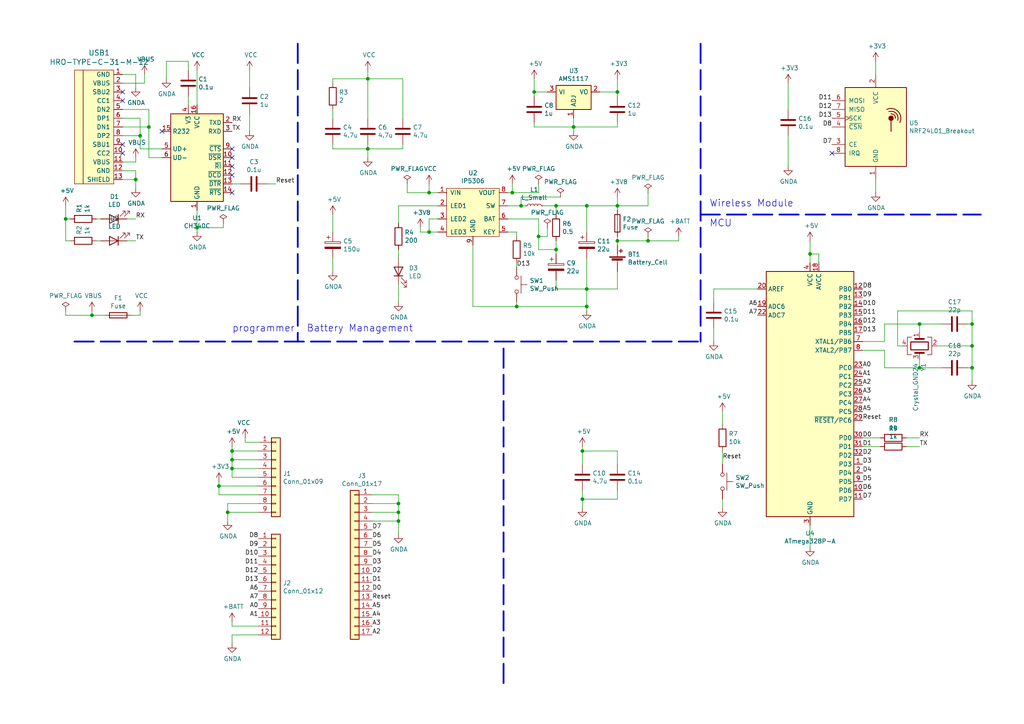
<source format=kicad_sch>
(kicad_sch (version 20211123) (generator eeschema)
  (paper "A4")
  (lib_symbols
    (symbol "0805:C" (pin_numbers hide) (pin_names (offset 0.254))
      (property "Reference" "C" (at 0.635 2.54 0))
      (property "Value" "C" (at 0.635 -2.54 0))
      (symbol "C_1_1"
        (pin passive line (at 0 3.81 270) (length 2.794) (name "~") (number "1"))
        (pin passive line (at 0 -3.81 90) (length 2.794) (name "~") (number "2"))
      )
    )
    (symbol "0805:LED" (pin_numbers hide) (pin_names (offset 1.016) hide)
      (property "Reference" "D" (at 0 2.54 0))
      (property "Value" "LED" (at 0 -2.54 0))
      (symbol "LED_1_1"
        (pin passive line (at -3.81 0 0) (length 2.54) (name "K") (number "1"))
        (pin passive line (at 3.81 0 180) (length 2.54) (name "A") (number "2"))
      )
    )
    (symbol "0805:R" (pin_numbers hide) (pin_names (offset 0))
      (property "Reference" "R" (at 2.032 0 90))
      (property "Value" "R" (at 0 0 90))
      (symbol "R_1_1"
        (pin passive line (at 0 3.81 270) (length 1.27) (name "~") (number "1"))
        (pin passive line (at 0 -3.81 90) (length 1.27) (name "~") (number "2"))
      )
    )
    (symbol "Connector_Generic:Conn_01x09" (pin_names (offset 1.016) hide)
      (property "Reference" "J" (at 0 12.7 0))
      (property "Value" "Conn_01x09" (at 0 -12.7 0))
      (symbol "Conn_01x09_1_1"
        (pin passive line (at -5.08 10.16 0) (length 3.81) (name "Pin_1") (number "1"))
        (pin passive line (at -5.08 7.62 0) (length 3.81) (name "Pin_2") (number "2"))
        (pin passive line (at -5.08 5.08 0) (length 3.81) (name "Pin_3") (number "3"))
        (pin passive line (at -5.08 2.54 0) (length 3.81) (name "Pin_4") (number "4"))
        (pin passive line (at -5.08 0 0) (length 3.81) (name "Pin_5") (number "5"))
        (pin passive line (at -5.08 -2.54 0) (length 3.81) (name "Pin_6") (number "6"))
        (pin passive line (at -5.08 -5.08 0) (length 3.81) (name "Pin_7") (number "7"))
        (pin passive line (at -5.08 -7.62 0) (length 3.81) (name "Pin_8") (number "8"))
        (pin passive line (at -5.08 -10.16 0) (length 3.81) (name "Pin_9") (number "9"))
      )
    )
    (symbol "Connector_Generic:Conn_01x12" (pin_names (offset 1.016) hide)
      (property "Reference" "J" (at 0 15.24 0))
      (property "Value" "Conn_01x12" (at 0 -17.78 0))
      (symbol "Conn_01x12_1_1"
        (pin passive line (at -5.08 12.7 0) (length 3.81) (name "Pin_1") (number "1"))
        (pin passive line (at -5.08 -10.16 0) (length 3.81) (name "Pin_10") (number "10"))
        (pin passive line (at -5.08 -12.7 0) (length 3.81) (name "Pin_11") (number "11"))
        (pin passive line (at -5.08 -15.24 0) (length 3.81) (name "Pin_12") (number "12"))
        (pin passive line (at -5.08 10.16 0) (length 3.81) (name "Pin_2") (number "2"))
        (pin passive line (at -5.08 7.62 0) (length 3.81) (name "Pin_3") (number "3"))
        (pin passive line (at -5.08 5.08 0) (length 3.81) (name "Pin_4") (number "4"))
        (pin passive line (at -5.08 2.54 0) (length 3.81) (name "Pin_5") (number "5"))
        (pin passive line (at -5.08 0 0) (length 3.81) (name "Pin_6") (number "6"))
        (pin passive line (at -5.08 -2.54 0) (length 3.81) (name "Pin_7") (number "7"))
        (pin passive line (at -5.08 -5.08 0) (length 3.81) (name "Pin_8") (number "8"))
        (pin passive line (at -5.08 -7.62 0) (length 3.81) (name "Pin_9") (number "9"))
      )
    )
    (symbol "Connector_Generic:Conn_01x17" (pin_names (offset 1.016) hide)
      (property "Reference" "J" (at 0 22.86 0))
      (property "Value" "Conn_01x17" (at 0 -22.86 0))
      (symbol "Conn_01x17_1_1"
        (pin passive line (at -5.08 20.32 0) (length 3.81) (name "Pin_1") (number "1"))
        (pin passive line (at -5.08 -2.54 0) (length 3.81) (name "Pin_10") (number "10"))
        (pin passive line (at -5.08 -5.08 0) (length 3.81) (name "Pin_11") (number "11"))
        (pin passive line (at -5.08 -7.62 0) (length 3.81) (name "Pin_12") (number "12"))
        (pin passive line (at -5.08 -10.16 0) (length 3.81) (name "Pin_13") (number "13"))
        (pin passive line (at -5.08 -12.7 0) (length 3.81) (name "Pin_14") (number "14"))
        (pin passive line (at -5.08 -15.24 0) (length 3.81) (name "Pin_15") (number "15"))
        (pin passive line (at -5.08 -17.78 0) (length 3.81) (name "Pin_16") (number "16"))
        (pin passive line (at -5.08 -20.32 0) (length 3.81) (name "Pin_17") (number "17"))
        (pin passive line (at -5.08 17.78 0) (length 3.81) (name "Pin_2") (number "2"))
        (pin passive line (at -5.08 15.24 0) (length 3.81) (name "Pin_3") (number "3"))
        (pin passive line (at -5.08 12.7 0) (length 3.81) (name "Pin_4") (number "4"))
        (pin passive line (at -5.08 10.16 0) (length 3.81) (name "Pin_5") (number "5"))
        (pin passive line (at -5.08 7.62 0) (length 3.81) (name "Pin_6") (number "6"))
        (pin passive line (at -5.08 5.08 0) (length 3.81) (name "Pin_7") (number "7"))
        (pin passive line (at -5.08 2.54 0) (length 3.81) (name "Pin_8") (number "8"))
        (pin passive line (at -5.08 0 0) (length 3.81) (name "Pin_9") (number "9"))
      )
    )
    (symbol "Device:Battery_Cell" (pin_numbers hide) (pin_names (offset 0) hide)
      (property "Reference" "BT" (at 2.54 2.54 0))
      (property "Value" "Battery_Cell" (at 2.54 0 0))
      (symbol "Battery_Cell_1_1"
        (pin passive line (at 0 5.08 270) (length 2.54) (name "+") (number "1"))
        (pin passive line (at 0 -2.54 90) (length 2.54) (name "-") (number "2"))
      )
    )
    (symbol "Device:CP" (pin_numbers hide) (pin_names (offset 0.254))
      (property "Reference" "C" (at 0.635 2.54 0))
      (property "Value" "Device_CP" (at 0.635 -2.54 0))
      (symbol "CP_1_1"
        (pin passive line (at 0 3.81 270) (length 2.794) (name "~") (number "1"))
        (pin passive line (at 0 -3.81 90) (length 2.794) (name "~") (number "2"))
      )
    )
    (symbol "Device:Fuse" (pin_numbers hide) (pin_names (offset 0))
      (property "Reference" "F" (at 2.032 0 90))
      (property "Value" "Fuse" (at -1.905 0 90))
      (symbol "Fuse_1_1"
        (pin passive line (at 0 3.81 270) (length 1.27) (name "~") (number "1"))
        (pin passive line (at 0 -3.81 90) (length 1.27) (name "~") (number "2"))
      )
    )
    (symbol "Device:L_Small" (pin_numbers hide) (pin_names (offset 0.254) hide)
      (property "Reference" "L" (at 0.762 1.016 0))
      (property "Value" "L_Small" (at 0.762 -1.016 0))
      (symbol "L_Small_1_1"
        (pin passive line (at 0 2.54 270) (length 0.508) (name "~") (number "1"))
        (pin passive line (at 0 -2.54 90) (length 0.508) (name "~") (number "2"))
      )
    )
    (symbol "Interface_USB:CH340C"
      (property "Reference" "U" (at -5.08 13.97 0))
      (property "Value" "CH340C" (at 1.27 13.97 0))
      (symbol "CH340C_1_1"
        (pin power_in line (at 0 -15.24 90) (length 2.54) (name "GND") (number "1"))
        (pin input line (at 10.16 0 180) (length 2.54) (name "~{DSR}") (number "10"))
        (pin input line (at 10.16 -2.54 180) (length 2.54) (name "~{RI}") (number "11"))
        (pin input line (at 10.16 -5.08 180) (length 2.54) (name "~{DCD}") (number "12"))
        (pin output line (at 10.16 -7.62 180) (length 2.54) (name "~{DTR}") (number "13"))
        (pin output line (at 10.16 -10.16 180) (length 2.54) (name "~{RTS}") (number "14"))
        (pin input line (at -10.16 7.62 0) (length 2.54) (name "R232") (number "15"))
        (pin power_in line (at 0 15.24 270) (length 2.54) (name "VCC") (number "16"))
        (pin output line (at 10.16 10.16 180) (length 2.54) (name "TXD") (number "2"))
        (pin input line (at 10.16 7.62 180) (length 2.54) (name "RXD") (number "3"))
        (pin passive line (at -2.54 15.24 270) (length 2.54) (name "V3") (number "4"))
        (pin bidirectional line (at -10.16 2.54 0) (length 2.54) (name "UD+") (number "5"))
        (pin bidirectional line (at -10.16 0 0) (length 2.54) (name "UD-") (number "6"))
        (pin no_connect line (at -7.62 -7.62 0) (length 2.54) hide (name "NC") (number "7"))
        (pin no_connect line (at -7.62 -10.16 0) (length 2.54) hide (name "NC") (number "8"))
        (pin input line (at 10.16 2.54 180) (length 2.54) (name "~{CTS}") (number "9"))
      )
    )
    (symbol "RF:NRF24L01_Breakout" (pin_names (offset 1.016))
      (property "Reference" "U" (at -8.89 12.7 0))
      (property "Value" "NRF24L01_Breakout" (at 3.81 12.7 0))
      (symbol "NRF24L01_Breakout_1_1"
        (pin power_in line (at 0 -15.24 90) (length 3.81) (name "GND") (number "1"))
        (pin power_in line (at 0 15.24 270) (length 3.81) (name "VCC") (number "2"))
        (pin input line (at -12.7 -5.08 0) (length 3.81) (name "CE") (number "3"))
        (pin input line (at -12.7 0 0) (length 3.81) (name "~{CSN}") (number "4"))
        (pin input clock (at -12.7 2.54 0) (length 3.81) (name "SCK") (number "5"))
        (pin input line (at -12.7 7.62 0) (length 3.81) (name "MOSI") (number "6"))
        (pin output line (at -12.7 5.08 0) (length 3.81) (name "MISO") (number "7"))
        (pin output line (at -12.7 -7.62 0) (length 3.81) (name "IRQ") (number "8"))
      )
    )
    (symbol "Regulator_Linear:AMS1117" (pin_names (offset 0.762))
      (property "Reference" "U" (at -3.81 3.175 0))
      (property "Value" "AMS1117" (at 0 3.175 0))
      (symbol "AMS1117_1_1"
        (pin input line (at 0 -7.62 90) (length 2.54) (name "ADJ") (number "1"))
        (pin power_out line (at 7.62 0 180) (length 2.54) (name "VO") (number "2"))
        (pin power_in line (at -7.62 0 0) (length 2.54) (name "VI") (number "3"))
      )
    )
    (symbol "Resource:Crystal_GND24" (pin_names (offset 1.016) hide)
      (property "Reference" "Y" (at 3.175 5.08 0))
      (property "Value" "Crystal_GND24" (at 3.175 3.175 0))
      (symbol "Crystal_GND24_1_1"
        (pin passive line (at -3.81 0 0) (length 1.27) (name "1") (number "1"))
        (pin passive line (at 0 5.08 270) (length 1.27) (name "2") (number "2"))
        (pin passive line (at 3.81 0 180) (length 1.27) (name "3") (number "3"))
        (pin passive line (at 0 -5.08 90) (length 1.27) (name "4") (number "4"))
      )
    )
    (symbol "Resource:IP5306" (pin_names (offset 1.016))
      (property "Reference" "U" (at 0 0 0))
      (property "Value" "IP5306" (at 0 8.89 0))
      (symbol "IP5306_1_1"
        (pin power_in line (at -10.16 6.35 0) (length 2.54) (name "VIN") (number "1"))
        (pin bidirectional line (at -10.16 2.54 0) (length 2.54) (name "LED1") (number "2"))
        (pin bidirectional line (at -10.16 -1.27 0) (length 2.54) (name "LED2") (number "3"))
        (pin bidirectional line (at -10.16 -5.08 0) (length 2.54) (name "LED3") (number "4"))
        (pin bidirectional line (at 10.16 -5.08 180) (length 2.54) (name "KEY") (number "5"))
        (pin power_in line (at 10.16 -1.27 180) (length 2.54) (name "BAT") (number "6"))
        (pin power_in line (at 10.16 2.54 180) (length 2.54) (name "SW") (number "7"))
        (pin power_in line (at 10.16 6.35 180) (length 2.54) (name "VOUT") (number "8"))
        (pin power_in line (at 0 -8.89 90) (length 2.54) (name "GND") (number "9"))
      )
    )
    (symbol "Resource:SW_Push" (pin_numbers hide) (pin_names (offset 1.016) hide)
      (property "Reference" "SW" (at 1.27 2.54 0))
      (property "Value" "SW_Push" (at 0 -1.524 0))
      (symbol "SW_Push_0_1"
        (pin passive line (at -5.08 0 0) (length 2.54) (name "1") (number "1"))
        (pin passive line (at 5.08 0 180) (length 2.54) (name "2") (number "2"))
      )
    )
    (symbol "Type-C:HRO-TYPE-C-31-M-12" (pin_names (offset 1.016))
      (property "Reference" "USB" (at -5.08 16.51 0))
      (property "Value" "HRO-TYPE-C-31-M-12" (at -10.16 -1.27 90))
      (symbol "HRO-TYPE-C-31-M-12_1_1"
        (pin input line (at 2.54 13.97 180) (length 2.54) (name "GND") (number "1"))
        (pin input line (at 2.54 -8.89 180) (length 2.54) (name "CC2") (number "10"))
        (pin input line (at 2.54 -11.43 180) (length 2.54) (name "VBUS") (number "11"))
        (pin input line (at 2.54 -13.97 180) (length 2.54) (name "GND") (number "12"))
        (pin input line (at 2.54 -16.51 180) (length 2.54) (name "SHIELD") (number "13"))
        (pin input line (at 2.54 11.43 180) (length 2.54) (name "VBUS") (number "2"))
        (pin input line (at 2.54 8.89 180) (length 2.54) (name "SBU2") (number "3"))
        (pin input line (at 2.54 6.35 180) (length 2.54) (name "CC1") (number "4"))
        (pin input line (at 2.54 3.81 180) (length 2.54) (name "DN2") (number "5"))
        (pin input line (at 2.54 1.27 180) (length 2.54) (name "DP1") (number "6"))
        (pin input line (at 2.54 -1.27 180) (length 2.54) (name "DN1") (number "7"))
        (pin input line (at 2.54 -3.81 180) (length 2.54) (name "DP2") (number "8"))
        (pin input line (at 2.54 -6.35 180) (length 2.54) (name "SBU1") (number "9"))
      )
    )
    (symbol "final-project-rescue:ATmega328P-A-MCU_Microchip_ATmega"
      (property "Reference" "U" (at -12.7 36.83 0))
      (property "Value" "ATmega328P-A-MCU_Microchip_ATmega" (at 2.54 -36.83 0))
      (symbol "ATmega328P-A-MCU_Microchip_ATmega_1_1"
        (pin bidirectional line (at 15.24 -20.32 180) (length 2.54) (name "PD3") (number "1"))
        (pin bidirectional line (at 15.24 -27.94 180) (length 2.54) (name "PD6") (number "10"))
        (pin bidirectional line (at 15.24 -30.48 180) (length 2.54) (name "PD7") (number "11"))
        (pin bidirectional line (at 15.24 30.48 180) (length 2.54) (name "PB0") (number "12"))
        (pin bidirectional line (at 15.24 27.94 180) (length 2.54) (name "PB1") (number "13"))
        (pin bidirectional line (at 15.24 25.4 180) (length 2.54) (name "PB2") (number "14"))
        (pin bidirectional line (at 15.24 22.86 180) (length 2.54) (name "PB3") (number "15"))
        (pin bidirectional line (at 15.24 20.32 180) (length 2.54) (name "PB4") (number "16"))
        (pin bidirectional line (at 15.24 17.78 180) (length 2.54) (name "PB5") (number "17"))
        (pin power_in line (at 2.54 38.1 270) (length 2.54) (name "AVCC") (number "18"))
        (pin input line (at -15.24 25.4 0) (length 2.54) (name "ADC6") (number "19"))
        (pin bidirectional line (at 15.24 -22.86 180) (length 2.54) (name "PD4") (number "2"))
        (pin passive line (at -15.24 30.48 0) (length 2.54) (name "AREF") (number "20"))
        (pin passive line (at 0 -38.1 90) (length 2.54) hide (name "GND") (number "21"))
        (pin input line (at -15.24 22.86 0) (length 2.54) (name "ADC7") (number "22"))
        (pin bidirectional line (at 15.24 7.62 180) (length 2.54) (name "PC0") (number "23"))
        (pin bidirectional line (at 15.24 5.08 180) (length 2.54) (name "PC1") (number "24"))
        (pin bidirectional line (at 15.24 2.54 180) (length 2.54) (name "PC2") (number "25"))
        (pin bidirectional line (at 15.24 0 180) (length 2.54) (name "PC3") (number "26"))
        (pin bidirectional line (at 15.24 -2.54 180) (length 2.54) (name "PC4") (number "27"))
        (pin bidirectional line (at 15.24 -5.08 180) (length 2.54) (name "PC5") (number "28"))
        (pin bidirectional line (at 15.24 -7.62 180) (length 2.54) (name "~{RESET}/PC6") (number "29"))
        (pin power_in line (at 0 -38.1 90) (length 2.54) (name "GND") (number "3"))
        (pin bidirectional line (at 15.24 -12.7 180) (length 2.54) (name "PD0") (number "30"))
        (pin bidirectional line (at 15.24 -15.24 180) (length 2.54) (name "PD1") (number "31"))
        (pin bidirectional line (at 15.24 -17.78 180) (length 2.54) (name "PD2") (number "32"))
        (pin power_in line (at 0 38.1 270) (length 2.54) (name "VCC") (number "4"))
        (pin passive line (at 0 -38.1 90) (length 2.54) hide (name "GND") (number "5"))
        (pin passive line (at 0 38.1 270) (length 2.54) hide (name "VCC") (number "6"))
        (pin bidirectional line (at 15.24 15.24 180) (length 2.54) (name "XTAL1/PB6") (number "7"))
        (pin bidirectional line (at 15.24 12.7 180) (length 2.54) (name "XTAL2/PB7") (number "8"))
        (pin bidirectional line (at 15.24 -25.4 180) (length 2.54) (name "PD5") (number "9"))
      )
    )
    (symbol "power:+3V3" (power) (pin_names (offset 0))
      (property "Value" "+3V3" (at 0 3.556 0))
      (symbol "+3V3_1_1"
        (pin power_in line (at 0 0 90) (length 0) hide (name "+3V3") (number "1"))
      )
    )
    (symbol "power:+3V8" (power) (pin_names (offset 0))
      (property "Value" "+3V8" (at 0 3.556 0))
      (symbol "+3V8_1_1"
        (pin power_in line (at 0 0 90) (length 0) hide (name "+3V8") (number "1"))
      )
    )
    (symbol "power:+5V" (power) (pin_names (offset 0))
      (property "Value" "+5V" (at 0 3.556 0))
      (symbol "+5V_1_1"
        (pin power_in line (at 0 0 90) (length 0) hide (name "+5V") (number "1"))
      )
    )
    (symbol "power:+BATT" (power) (pin_names (offset 0))
      (property "Value" "+BATT" (at 0 3.556 0))
      (symbol "+BATT_1_1"
        (pin power_in line (at 0 0 90) (length 0) hide (name "+BATT") (number "1"))
      )
    )
    (symbol "power:GNDA" (power) (pin_names (offset 0))
      (property "Value" "GNDA" (at 0 -3.81 0))
      (symbol "GNDA_1_1"
        (pin power_in line (at 0 0 270) (length 0) hide (name "GNDA") (number "1"))
      )
    )
    (symbol "power:PWR_FLAG" (power) (pin_numbers hide) (pin_names (offset 0) hide)
      (property "Value" "PWR_FLAG" (at 0 3.81 0))
      (symbol "PWR_FLAG_0_0"
        (pin power_out line (at 0 0 90) (length 0) (name "pwr") (number "1"))
      )
    )
    (symbol "power:VBUS" (power) (pin_names (offset 0))
      (property "Value" "VBUS" (at 0 3.81 0))
      (symbol "VBUS_1_1"
        (pin power_in line (at 0 0 90) (length 0) hide (name "VBUS") (number "1"))
      )
    )
    (symbol "power:VCC" (power) (pin_names (offset 0))
      (property "Value" "VCC" (at 0 3.81 0))
      (symbol "VCC_1_1"
        (pin power_in line (at 0 0 90) (length 0) hide (name "VCC") (number "1"))
      )
    )
  )
  (junction (at 161.29 59.69))
  (junction (at 168.91 130.81))
  (junction (at 149.86 88.9))
  (junction (at 234.95 73.66))
  (junction (at 124.46 67.31))
  (junction (at 67.31 130.81))
  (junction (at 179.07 26.67))
  (junction (at 151.13 59.69))
  (junction (at 115.57 146.05))
  (junction (at 179.07 69.85))
  (junction (at 115.57 151.13))
  (junction (at 156.21 68.58))
  (junction (at 161.29 72.39))
  (junction (at 179.07 59.69))
  (junction (at 168.91 144.78))
  (junction (at 19.05 63.5))
  (junction (at 281.94 106.68))
  (junction (at 187.96 69.85))
  (junction (at 106.68 43.18))
  (junction (at 39.37 52.07))
  (junction (at 115.57 148.59))
  (junction (at 266.7 106.68))
  (junction (at 66.04 148.59))
  (junction (at 281.94 93.98))
  (junction (at 124.46 55.88))
  (junction (at 154.94 26.67))
  (junction (at 170.18 83.82))
  (junction (at 43.18 36.83))
  (junction (at 170.18 59.69))
  (junction (at 67.31 133.35))
  (junction (at 67.31 135.89))
  (junction (at 63.5 140.97))
  (junction (at 106.68 22.86))
  (junction (at 26.67 91.44))
  (junction (at 40.64 39.37))
  (junction (at 281.94 100.33))
  (junction (at 148.59 55.88))
  (junction (at 266.7 93.98))
  (junction (at 170.18 88.9))
  (junction (at 166.37 36.83))
  (junction (at 57.15 66.04))
  (no_connect (at 35.56 41.91))
  (no_connect (at 35.56 26.67))
  (no_connect (at 67.31 55.88))
  (no_connect (at 241.3 44.45))
  (no_connect (at 67.31 45.72))
  (no_connect (at 67.31 48.26))
  (no_connect (at 46.99 38.1))
  (no_connect (at 35.56 44.45))
  (no_connect (at 67.31 43.18))
  (no_connect (at 67.31 50.8))
  (no_connect (at 35.56 29.21))
  (wire (pts (xy 161.29 59.69) (xy 170.18 59.69)))
  (wire (pts (xy 281.94 93.98) (xy 281.94 100.33)))
  (wire (pts (xy 147.32 59.69) (xy 151.13 59.69)))
  (wire (pts (xy 179.07 144.78) (xy 179.07 142.24)))
  (wire (pts (xy 96.52 24.13) (xy 96.52 22.86)))
  (wire (pts (xy 118.11 55.88) (xy 124.46 55.88)))
  (wire (pts (xy 67.31 138.43) (xy 74.93 138.43)))
  (wire (pts (xy 72.39 20.32) (xy 72.39 25.4)))
  (wire (pts (xy 35.56 39.37) (xy 40.64 39.37)))
  (polyline (pts (xy 203.2 62.23) (xy 284.48 62.23)) (stroke (width 0.508)))
  (wire (pts (xy 260.35 100.33) (xy 261.62 100.33)))
  (wire (pts (xy 43.18 36.83) (xy 43.18 45.72)))
  (wire (pts (xy 154.94 35.56) (xy 154.94 36.83)))
  (wire (pts (xy 40.64 34.29) (xy 35.56 34.29)))
  (wire (pts (xy 96.52 22.86) (xy 106.68 22.86)))
  (wire (pts (xy 170.18 83.82) (xy 179.07 83.82)))
  (wire (pts (xy 40.64 90.17) (xy 40.64 91.44)))
  (polyline (pts (xy 146.05 198.12) (xy 146.05 99.06)) (stroke (width 0.508)))
  (wire (pts (xy 179.07 57.15) (xy 179.07 59.69)))
  (wire (pts (xy 170.18 88.9) (xy 170.18 83.82)))
  (wire (pts (xy 67.31 135.89) (xy 67.31 138.43)))
  (wire (pts (xy 187.96 55.88) (xy 187.96 59.69)))
  (wire (pts (xy 35.56 31.75) (xy 43.18 31.75)))
  (wire (pts (xy 106.68 43.18) (xy 116.84 43.18)))
  (wire (pts (xy 118.11 53.34) (xy 118.11 55.88)))
  (wire (pts (xy 67.31 129.54) (xy 67.31 130.81)))
  (wire (pts (xy 170.18 67.31) (xy 170.18 59.69)))
  (wire (pts (xy 115.57 148.59) (xy 115.57 151.13)))
  (wire (pts (xy 281.94 106.68) (xy 281.94 110.49)))
  (wire (pts (xy 156.21 68.58) (xy 156.21 63.5)))
  (wire (pts (xy 54.61 17.78) (xy 54.61 20.32)))
  (wire (pts (xy 151.13 59.69) (xy 152.4 59.69)))
  (wire (pts (xy 107.95 146.05) (xy 115.57 146.05)))
  (wire (pts (xy 179.07 68.58) (xy 179.07 69.85)))
  (wire (pts (xy 254 17.78) (xy 254 21.59)))
  (wire (pts (xy 256.54 106.68) (xy 256.54 101.6)))
  (wire (pts (xy 154.94 26.67) (xy 158.75 26.67)))
  (wire (pts (xy 63.5 140.97) (xy 74.93 140.97)))
  (wire (pts (xy 39.37 54.61) (xy 39.37 52.07)))
  (wire (pts (xy 67.31 135.89) (xy 74.93 135.89)))
  (wire (pts (xy 35.56 52.07) (xy 39.37 52.07)))
  (wire (pts (xy 19.05 63.5) (xy 19.05 59.69)))
  (wire (pts (xy 40.64 91.44) (xy 38.1 91.44)))
  (wire (pts (xy 179.07 27.94) (xy 179.07 26.67)))
  (wire (pts (xy 228.6 39.37) (xy 228.6 48.26)))
  (wire (pts (xy 71.12 127) (xy 71.12 128.27)))
  (wire (pts (xy 40.64 43.18) (xy 40.64 39.37)))
  (wire (pts (xy 154.94 27.94) (xy 154.94 26.67)))
  (wire (pts (xy 106.68 22.86) (xy 106.68 20.32)))
  (wire (pts (xy 124.46 67.31) (xy 127 67.31)))
  (wire (pts (xy 69.85 53.34) (xy 67.31 53.34)))
  (wire (pts (xy 63.5 143.51) (xy 74.93 143.51)))
  (wire (pts (xy 161.29 72.39) (xy 161.29 73.66)))
  (wire (pts (xy 170.18 83.82) (xy 161.29 83.82)))
  (wire (pts (xy 158.75 68.58) (xy 156.21 68.58)))
  (wire (pts (xy 26.67 90.17) (xy 26.67 91.44)))
  (wire (pts (xy 43.18 31.75) (xy 43.18 36.83)))
  (wire (pts (xy 170.18 59.69) (xy 179.07 59.69)))
  (wire (pts (xy 66.04 148.59) (xy 74.93 148.59)))
  (wire (pts (xy 168.91 142.24) (xy 168.91 144.78)))
  (wire (pts (xy 179.07 22.86) (xy 179.07 26.67)))
  (wire (pts (xy 149.86 88.9) (xy 170.18 88.9)))
  (wire (pts (xy 262.89 129.54) (xy 266.7 129.54)))
  (wire (pts (xy 154.94 22.86) (xy 154.94 26.67)))
  (wire (pts (xy 209.55 130.81) (xy 209.55 134.62)))
  (wire (pts (xy 234.95 69.85) (xy 234.95 73.66)))
  (wire (pts (xy 156.21 55.88) (xy 148.59 55.88)))
  (wire (pts (xy 271.78 100.33) (xy 281.94 100.33)))
  (wire (pts (xy 234.95 73.66) (xy 234.95 76.2)))
  (wire (pts (xy 64.77 66.04) (xy 57.15 66.04)))
  (wire (pts (xy 151.13 57.15) (xy 151.13 59.69)))
  (wire (pts (xy 234.95 73.66) (xy 237.49 73.66)))
  (wire (pts (xy 207.01 83.82) (xy 219.71 83.82)))
  (wire (pts (xy 255.27 127) (xy 250.19 127)))
  (wire (pts (xy 115.57 64.77) (xy 115.57 59.69)))
  (wire (pts (xy 260.35 100.33) (xy 260.35 90.17)))
  (wire (pts (xy 19.05 63.5) (xy 19.05 69.85)))
  (wire (pts (xy 161.29 69.85) (xy 161.29 72.39)))
  (wire (pts (xy 96.52 62.23) (xy 96.52 67.31)))
  (wire (pts (xy 266.7 96.52) (xy 266.7 93.98)))
  (wire (pts (xy 27.94 69.85) (xy 29.21 69.85)))
  (wire (pts (xy 228.6 24.13) (xy 228.6 31.75)))
  (wire (pts (xy 67.31 130.81) (xy 67.31 133.35)))
  (wire (pts (xy 262.89 127) (xy 266.7 127)))
  (wire (pts (xy 48.26 17.78) (xy 54.61 17.78)))
  (wire (pts (xy 168.91 129.54) (xy 168.91 130.81)))
  (wire (pts (xy 71.12 128.27) (xy 74.93 128.27)))
  (wire (pts (xy 64.77 64.77) (xy 64.77 66.04)))
  (wire (pts (xy 124.46 53.34) (xy 124.46 55.88)))
  (wire (pts (xy 256.54 93.98) (xy 266.7 93.98)))
  (wire (pts (xy 281.94 106.68) (xy 280.67 106.68)))
  (wire (pts (xy 106.68 22.86) (xy 116.84 22.86)))
  (wire (pts (xy 196.85 68.58) (xy 196.85 69.85)))
  (wire (pts (xy 107.95 151.13) (xy 115.57 151.13)))
  (wire (pts (xy 36.83 63.5) (xy 39.37 63.5)))
  (wire (pts (xy 156.21 53.34) (xy 156.21 55.88)))
  (wire (pts (xy 256.54 106.68) (xy 266.7 106.68)))
  (wire (pts (xy 266.7 104.14) (xy 266.7 106.68)))
  (wire (pts (xy 121.92 67.31) (xy 124.46 67.31)))
  (wire (pts (xy 40.64 39.37) (xy 40.64 34.29)))
  (wire (pts (xy 281.94 90.17) (xy 281.94 93.98)))
  (wire (pts (xy 179.07 26.67) (xy 173.99 26.67)))
  (wire (pts (xy 179.07 59.69) (xy 179.07 60.96)))
  (wire (pts (xy 116.84 43.18) (xy 116.84 41.91)))
  (wire (pts (xy 115.57 82.55) (xy 115.57 87.63)))
  (wire (pts (xy 67.31 184.15) (xy 74.93 184.15)))
  (wire (pts (xy 26.67 91.44) (xy 30.48 91.44)))
  (wire (pts (xy 39.37 46.99) (xy 35.56 46.99)))
  (wire (pts (xy 168.91 144.78) (xy 179.07 144.78)))
  (wire (pts (xy 41.91 24.13) (xy 35.56 24.13)))
  (wire (pts (xy 256.54 101.6) (xy 250.19 101.6)))
  (wire (pts (xy 166.37 34.29) (xy 166.37 36.83)))
  (wire (pts (xy 106.68 34.29) (xy 106.68 22.86)))
  (wire (pts (xy 149.86 67.31) (xy 149.86 68.58)))
  (wire (pts (xy 156.21 63.5) (xy 147.32 63.5)))
  (wire (pts (xy 115.57 143.51) (xy 115.57 146.05)))
  (wire (pts (xy 207.01 99.06) (xy 207.01 95.25)))
  (wire (pts (xy 187.96 68.58) (xy 187.96 69.85)))
  (wire (pts (xy 67.31 130.81) (xy 74.93 130.81)))
  (wire (pts (xy 137.16 88.9) (xy 149.86 88.9)))
  (wire (pts (xy 115.57 72.39) (xy 115.57 74.93)))
  (wire (pts (xy 106.68 43.18) (xy 106.68 45.72)))
  (wire (pts (xy 179.07 83.82) (xy 179.07 78.74)))
  (wire (pts (xy 19.05 91.44) (xy 26.67 91.44)))
  (wire (pts (xy 124.46 55.88) (xy 127 55.88)))
  (wire (pts (xy 149.86 87.63) (xy 149.86 88.9)))
  (wire (pts (xy 57.15 66.04) (xy 57.15 67.31)))
  (wire (pts (xy 168.91 130.81) (xy 179.07 130.81)))
  (wire (pts (xy 57.15 20.32) (xy 57.15 30.48)))
  (wire (pts (xy 234.95 158.75) (xy 234.95 152.4)))
  (wire (pts (xy 36.83 69.85) (xy 39.37 69.85)))
  (wire (pts (xy 39.37 25.4) (xy 39.37 21.59)))
  (wire (pts (xy 156.21 72.39) (xy 156.21 68.58)))
  (wire (pts (xy 148.59 55.88) (xy 147.32 55.88)))
  (wire (pts (xy 121.92 66.04) (xy 121.92 67.31)))
  (wire (pts (xy 96.52 31.75) (xy 96.52 34.29)))
  (wire (pts (xy 170.18 74.93) (xy 170.18 83.82)))
  (wire (pts (xy 115.57 151.13) (xy 115.57 154.94)))
  (wire (pts (xy 48.26 22.86) (xy 48.26 17.78)))
  (wire (pts (xy 46.99 43.18) (xy 40.64 43.18)))
  (wire (pts (xy 39.37 49.53) (xy 35.56 49.53)))
  (wire (pts (xy 107.95 143.51) (xy 115.57 143.51)))
  (wire (pts (xy 161.29 62.23) (xy 161.29 59.69)))
  (wire (pts (xy 115.57 146.05) (xy 115.57 148.59)))
  (wire (pts (xy 256.54 99.06) (xy 256.54 93.98)))
  (wire (pts (xy 124.46 63.5) (xy 127 63.5)))
  (wire (pts (xy 162.56 57.15) (xy 151.13 57.15)))
  (wire (pts (xy 250.19 99.06) (xy 256.54 99.06)))
  (wire (pts (xy 187.96 69.85) (xy 179.07 69.85)))
  (wire (pts (xy 154.94 36.83) (xy 166.37 36.83)))
  (wire (pts (xy 209.55 119.38) (xy 209.55 123.19)))
  (wire (pts (xy 280.67 93.98) (xy 281.94 93.98)))
  (wire (pts (xy 209.55 147.32) (xy 209.55 144.78)))
  (wire (pts (xy 106.68 41.91) (xy 106.68 43.18)))
  (wire (pts (xy 66.04 146.05) (xy 74.93 146.05)))
  (wire (pts (xy 67.31 133.35) (xy 67.31 135.89)))
  (wire (pts (xy 107.95 148.59) (xy 115.57 148.59)))
  (wire (pts (xy 148.59 53.34) (xy 148.59 55.88)))
  (wire (pts (xy 27.94 63.5) (xy 29.21 63.5)))
  (wire (pts (xy 115.57 59.69) (xy 127 59.69)))
  (wire (pts (xy 157.48 59.69) (xy 161.29 59.69)))
  (wire (pts (xy 170.18 90.17) (xy 170.18 88.9)))
  (wire (pts (xy 72.39 33.02) (xy 72.39 38.1)))
  (wire (pts (xy 63.5 139.7) (xy 63.5 140.97)))
  (wire (pts (xy 237.49 73.66) (xy 237.49 76.2)))
  (wire (pts (xy 161.29 83.82) (xy 161.29 81.28)))
  (wire (pts (xy 67.31 186.69) (xy 67.31 184.15)))
  (wire (pts (xy 266.7 93.98) (xy 273.05 93.98)))
  (wire (pts (xy 67.31 180.34) (xy 67.31 181.61)))
  (wire (pts (xy 57.15 60.96) (xy 57.15 66.04)))
  (wire (pts (xy 281.94 100.33) (xy 281.94 106.68)))
  (wire (pts (xy 67.31 133.35) (xy 74.93 133.35)))
  (wire (pts (xy 41.91 21.59) (xy 41.91 24.13)))
  (wire (pts (xy 43.18 45.72) (xy 46.99 45.72)))
  (wire (pts (xy 20.32 63.5) (xy 19.05 63.5)))
  (wire (pts (xy 255.27 129.54) (xy 250.19 129.54)))
  (wire (pts (xy 166.37 36.83) (xy 179.07 36.83)))
  (wire (pts (xy 66.04 148.59) (xy 66.04 146.05)))
  (wire (pts (xy 168.91 144.78) (xy 168.91 147.32)))
  (wire (pts (xy 63.5 140.97) (xy 63.5 143.51)))
  (wire (pts (xy 187.96 59.69) (xy 179.07 59.69)))
  (wire (pts (xy 137.16 71.12) (xy 137.16 88.9)))
  (wire (pts (xy 124.46 67.31) (xy 124.46 63.5)))
  (wire (pts (xy 116.84 22.86) (xy 116.84 34.29)))
  (wire (pts (xy 96.52 74.93) (xy 96.52 78.74)))
  (wire (pts (xy 19.05 90.17) (xy 19.05 91.44)))
  (wire (pts (xy 67.31 181.61) (xy 74.93 181.61)))
  (wire (pts (xy 96.52 41.91) (xy 96.52 43.18)))
  (wire (pts (xy 158.75 66.04) (xy 158.75 68.58)))
  (wire (pts (xy 39.37 45.72) (xy 39.37 46.99)))
  (wire (pts (xy 266.7 106.68) (xy 273.05 106.68)))
  (wire (pts (xy 39.37 52.07) (xy 39.37 49.53)))
  (wire (pts (xy 207.01 87.63) (xy 207.01 83.82)))
  (wire (pts (xy 96.52 43.18) (xy 106.68 43.18)))
  (wire (pts (xy 196.85 69.85) (xy 187.96 69.85)))
  (wire (pts (xy 54.61 27.94) (xy 54.61 30.48)))
  (wire (pts (xy 179.07 69.85) (xy 179.07 71.12)))
  (wire (pts (xy 161.29 72.39) (xy 156.21 72.39)))
  (polyline (pts (xy 21.59 99.06) (xy 203.2 99.06)) (stroke (width 0.508)))
  (wire (pts (xy 35.56 36.83) (xy 43.18 36.83)))
  (wire (pts (xy 168.91 130.81) (xy 168.91 134.62)))
  (wire (pts (xy 179.07 36.83) (xy 179.07 35.56)))
  (wire (pts (xy 77.47 53.34) (xy 80.01 53.34)))
  (wire (pts (xy 260.35 90.17) (xy 281.94 90.17)))
  (polyline (pts (xy 86.36 12.7) (xy 86.36 99.06)) (stroke (width 0.508)))
  (wire (pts (xy 66.04 151.13) (xy 66.04 148.59)))
  (polyline (pts (xy 203.2 12.7) (xy 203.2 99.06)) (stroke (width 0.508)))
  (wire (pts (xy 179.07 130.81) (xy 179.07 134.62)))
  (wire (pts (xy 166.37 36.83) (xy 166.37 38.1)))
  (wire (pts (xy 254 55.88) (xy 254 52.07)))
  (wire (pts (xy 39.37 21.59) (xy 35.56 21.59)))
  (wire (pts (xy 19.05 69.85) (xy 20.32 69.85)))
  (wire (pts (xy 149.86 76.2) (xy 149.86 77.47)))
  (wire (pts (xy 147.32 67.31) (xy 149.86 67.31)))
  (text "MCU\n" (at 205.74 66.04 0) (effects (font (size 2.0066 2.0066)) (justify left bottom)))
  (text "programmer\n" (at 67.31 96.52 0) (effects (font (size 2.0066 2.0066)) (justify left bottom)))
  (text "Wireless Module\n " (at 205.74 63.5 0) (effects (font (size 2.0066 2.0066)) (justify left bottom)))
  (text "Battery Management\n" (at 88.9 96.52 0) (effects (font (size 2.0066 2.0066)) (justify left bottom)))
  (label "TX" (at 67.31 38.1 0))
  (label "A3" (at 107.95 181.61 0))
  (label "TX" (at 266.7 129.54 0))
  (label "A7" (at 74.93 173.99 180))
  (label "A1" (at 250.19 109.22 0))
  (label "D13" (at 149.86 77.47 0))
  (label "D9" (at 74.93 158.75 180))
  (label "RX" (at 266.7 127 0))
  (label "D0" (at 107.95 171.45 0))
  (label "A7" (at 219.71 91.44 180))
  (label "Reset" (at 250.19 121.92 0))
  (label "D2" (at 107.95 166.37 0))
  (label "D1" (at 107.95 168.91 0))
  (label "D6" (at 107.95 156.21 0))
  (label "Reset" (at 107.95 173.99 0))
  (label "D2" (at 250.19 132.08 0))
  (label "A4" (at 107.95 179.07 0))
  (label "D12" (at 250.19 93.98 0))
  (label "D6" (at 250.19 142.24 0))
  (label "A0" (at 250.19 106.68 0))
  (label "D11" (at 250.19 91.44 0))
  (label "A4" (at 250.19 116.84 0))
  (label "D0" (at 250.19 127 0))
  (label "D8" (at 241.3 36.83 180))
  (label "D7" (at 107.95 153.67 0))
  (label "D12" (at 241.3 31.75 180))
  (label "D11" (at 241.3 29.21 180))
  (label "A3" (at 250.19 114.3 0))
  (label "D11" (at 74.93 163.83 180))
  (label "D13" (at 250.19 96.52 0))
  (label "Reset" (at 209.55 133.35 0))
  (label "TX" (at 39.37 69.85 0))
  (label "D7" (at 250.19 144.78 0))
  (label "A2" (at 107.95 184.15 0))
  (label "RX" (at 67.31 35.56 0))
  (label "D3" (at 250.19 134.62 0))
  (label "D10" (at 74.93 161.29 180))
  (label "D1" (at 250.19 129.54 0))
  (label "D4" (at 250.19 137.16 0))
  (label "D8" (at 74.93 156.21 180))
  (label "A2" (at 250.19 111.76 0))
  (label "D10" (at 250.19 88.9 0))
  (label "D4" (at 107.95 161.29 0))
  (label "D9" (at 250.19 86.36 0))
  (label "RX" (at 39.37 63.5 0))
  (label "D3" (at 107.95 163.83 0))
  (label "D12" (at 74.93 166.37 180))
  (label "A6" (at 219.71 88.9 180))
  (label "D5" (at 250.19 139.7 0))
  (label "Reset" (at 80.01 53.34 0))
  (label "A5" (at 107.95 176.53 0))
  (label "D13" (at 74.93 168.91 180))
  (label "A6" (at 74.93 171.45 180))
  (label "D5" (at 107.95 158.75 0))
  (label "A1" (at 74.93 179.07 180))
  (label "D7" (at 241.3 41.91 180))
  (label "D13" (at 241.3 34.29 180))
  (label "A0" (at 74.93 176.53 180))
  (label "D8" (at 250.19 83.82 0))
  (label "A5" (at 250.19 119.38 0))
  (symbol (lib_id "0805:C") (at 276.86 93.98 270) (unit 1)
    (property "Reference" "C17" (at 276.86 87.5792 90))
    (property "Value" "22p" (at 276.86 89.8906 90))
    (property "Footprint" "Capacitor_SMD:C_0805_2012Metric" (effects hide))
  )
  (symbol (lib_id "power:+5V") (at 234.95 69.85 0) (unit 1)
    (property "Reference" "#PWR040" (effects hide))
    (property "Value" "+5V" (at 235.331 65.4558 0))
  )
  (symbol (lib_id "power:+5V") (at 209.55 119.38 0) (unit 1)
    (property "Reference" "#PWR036" (effects hide))
    (property "Value" "+5V" (at 209.931 114.9858 0))
  )
  (symbol (lib_id "0805:C") (at 73.66 53.34 270) (unit 1)
    (property "Reference" "C3" (at 73.66 46.9392 90))
    (property "Value" "0.1u" (at 73.66 49.2506 90))
    (property "Footprint" "Capacitor_SMD:C_0805_2012Metric" (effects hide))
  )
  (symbol (lib_id "0805:C") (at 54.61 24.13 180) (unit 1)
    (property "Reference" "C1" (at 57.531 22.9616 0) (effects (justify right)))
    (property "Value" "0.1u" (at 57.531 25.273 0) (effects (justify right)))
    (property "Footprint" "Capacitor_SMD:C_0805_2012Metric" (effects hide))
  )
  (symbol (lib_id "0805:LED") (at 33.02 63.5 180) (unit 1)
    (property "Reference" "D1" (at 33.1978 57.023 0))
    (property "Value" "LED" (at 33.1978 59.3344 0))
    (property "Footprint" "LED_SMD:LED_0805_2012Metric" (effects hide))
  )
  (symbol (lib_id "0805:C") (at 276.86 106.68 270) (unit 1)
    (property "Reference" "C18" (at 276.86 100.2792 90))
    (property "Value" "22p" (at 276.86 102.5906 90))
    (property "Footprint" "Capacitor_SMD:C_0805_2012Metric" (effects hide))
  )
  (symbol (lib_id "0805:R") (at 259.08 127 270) (unit 1)
    (property "Reference" "R8" (at 259.08 121.7422 90))
    (property "Value" "1k" (at 259.08 124.0536 90))
    (property "Footprint" "Resistor_SMD:R_0805_2012Metric" (effects hide))
  )
  (symbol (lib_id "0805:R") (at 259.08 129.54 270) (unit 1)
    (property "Reference" "R9" (at 259.08 124.2822 90))
    (property "Value" "1k" (at 259.08 126.5936 90))
    (property "Footprint" "Resistor_SMD:R_0805_2012Metric" (effects hide))
  )
  (symbol (lib_id "0805:R") (at 209.55 127 180) (unit 1)
    (property "Reference" "R7" (at 211.328 125.8316 0) (effects (justify right)))
    (property "Value" "10k" (at 211.328 128.143 0) (effects (justify right)))
    (property "Footprint" "Resistor_SMD:R_0805_2012Metric" (effects hide))
  )
  (symbol (lib_id "0805:C") (at 207.01 91.44 180) (unit 1)
    (property "Reference" "C15" (at 209.931 90.2716 0) (effects (justify right)))
    (property "Value" "0.1u" (at 209.931 92.583 0) (effects (justify right)))
    (property "Footprint" "Capacitor_SMD:C_0805_2012Metric" (effects hide))
  )
  (symbol (lib_id "Type-C:HRO-TYPE-C-31-M-12") (at 33.02 35.56 0) (unit 1)
    (property "Reference" "USB1" (at 28.7782 15.3162 0) (effects (font (size 1.524 1.524))))
    (property "Value" "HRO-TYPE-C-31-M-12" (at 28.7782 18.0086 0) (effects (font (size 1.524 1.524))))
    (property "Footprint" "Type-C:HRO-TYPE-C-31-M-12" (effects hide))
  )
  (symbol (lib_id "power:+5V") (at 148.59 53.34 0) (unit 1)
    (property "Reference" "#PWR027" (effects hide))
    (property "Value" "+5V" (at 148.971 48.9458 0))
  )
  (symbol (lib_id "power:+5V") (at 96.52 62.23 0) (unit 1)
    (property "Reference" "#PWR019" (effects hide))
    (property "Value" "+5V" (at 96.901 57.8358 0))
  )
  (symbol (lib_id "power:VCC") (at 124.46 53.34 0) (unit 1)
    (property "Reference" "#PWR026" (effects hide))
    (property "Value" "VCC" (at 124.841 48.9458 0))
  )
  (symbol (lib_id "power:GNDA") (at 48.26 22.86 0) (unit 1)
    (property "Reference" "#PWR08" (effects hide))
    (property "Value" "GNDA" (at 48.387 27.2542 0))
  )
  (symbol (lib_id "power:GNDA") (at 39.37 25.4 0) (unit 1)
    (property "Reference" "#PWR03" (effects hide))
    (property "Value" "GNDA" (at 39.497 29.7942 0))
  )
  (symbol (lib_id "power:GNDA") (at 39.37 54.61 0) (unit 1)
    (property "Reference" "#PWR05" (effects hide))
    (property "Value" "GNDA" (at 39.497 59.0042 0))
  )
  (symbol (lib_id "0805:C") (at 106.68 38.1 180) (unit 1)
    (property "Reference" "C6" (at 109.601 36.9316 0) (effects (justify right)))
    (property "Value" "4.7u" (at 109.601 39.243 0) (effects (justify right)))
    (property "Footprint" "Capacitor_SMD:C_0805_2012Metric" (effects hide))
  )
  (symbol (lib_id "power:VCC") (at 106.68 20.32 0) (unit 1)
    (property "Reference" "#PWR021" (effects hide))
    (property "Value" "VCC" (at 107.061 15.9258 0))
  )
  (symbol (lib_id "Device:Battery_Cell") (at 179.07 76.2 0) (unit 1)
    (property "Reference" "BT1" (at 182.0672 73.7616 0) (effects (justify left)))
    (property "Value" "Battery_Cell" (at 182.0672 76.073 0) (effects (justify left)))
    (property "Footprint" "Resource:BatteryHolder_MPD_BH-18650-PC2" (effects hide))
  )
  (symbol (lib_id "0805:R") (at 24.13 63.5 270) (unit 1)
    (property "Reference" "R1" (at 22.9616 61.722 0) (effects (justify right)))
    (property "Value" "1k" (at 25.273 61.722 0) (effects (justify right)))
    (property "Footprint" "Resistor_SMD:R_0805_2012Metric" (effects hide))
  )
  (symbol (lib_id "Device:L_Small") (at 154.94 59.69 90) (unit 1)
    (property "Reference" "L1" (at 154.94 54.991 90))
    (property "Value" "L_Small" (at 154.94 57.3024 90))
    (property "Footprint" "Inductor_SMD:L_Bourns_SRN6045TA" (effects hide))
    (property "Datasheet" "https://datasheet.lcsc.com/szlcsc/2005150934_TDK-VLS6045EX-R47N_C404499.pdf" (effects hide))
  )
  (symbol (lib_id "0805:LED") (at 115.57 78.74 90) (unit 1)
    (property "Reference" "D3" (at 118.5672 77.7494 90) (effects (justify right)))
    (property "Value" "LED" (at 118.5672 80.0608 90) (effects (justify right)))
    (property "Footprint" "LED_SMD:LED_0805_2012Metric" (effects hide))
  )
  (symbol (lib_id "0805:R") (at 161.29 66.04 180) (unit 1)
    (property "Reference" "R6" (at 163.068 64.8716 0) (effects (justify right)))
    (property "Value" "0.5" (at 163.068 67.183 0) (effects (justify right)))
    (property "Footprint" "Resistor_SMD:R_0805_2012Metric" (effects hide))
  )
  (symbol (lib_id "0805:R") (at 149.86 72.39 180) (unit 1)
    (property "Reference" "R5" (at 151.638 71.2216 0) (effects (justify right)))
    (property "Value" "10k" (at 151.638 73.533 0) (effects (justify right)))
    (property "Footprint" "Resistor_SMD:R_0805_2012Metric" (effects hide))
  )
  (symbol (lib_id "power:VCC") (at 57.15 20.32 0) (unit 1)
    (property "Reference" "#PWR09" (effects hide))
    (property "Value" "VCC" (at 57.531 15.9258 0))
  )
  (symbol (lib_id "power:VCC") (at 72.39 20.32 0) (unit 1)
    (property "Reference" "#PWR017" (effects hide))
    (property "Value" "VCC" (at 72.771 15.9258 0))
  )
  (symbol (lib_id "0805:C") (at 96.52 38.1 180) (unit 1)
    (property "Reference" "C4" (at 99.441 36.9316 0) (effects (justify right)))
    (property "Value" "4.7u" (at 99.441 39.243 0) (effects (justify right)))
    (property "Footprint" "Capacitor_SMD:C_0805_2012Metric" (effects hide))
  )
  (symbol (lib_id "0805:R") (at 96.52 27.94 180) (unit 1)
    (property "Reference" "R3" (at 98.298 26.7716 0) (effects (justify right)))
    (property "Value" "2" (at 98.298 29.083 0) (effects (justify right)))
    (property "Footprint" "Resistor_SMD:R_0805_2012Metric" (effects hide))
  )
  (symbol (lib_id "Resource:Crystal_GND24") (at 266.7 100.33 270) (unit 1)
    (property "Reference" "Y1" (at 267.8684 105.2576 0) (effects (justify left)))
    (property "Value" "Crystal_GND24" (at 265.557 105.2576 0) (effects (justify left)))
    (property "Footprint" "Crystal:Crystal_SMD_3225-4Pin_3.2x2.5mm" (effects hide))
    (property "Datasheet" "https://datasheet.lcsc.com/szlcsc/1811151640_TAE-Zhejiang-Abel-Elec-SMD-3225-4P16M12pf10ppm_C133336.pdf" (effects hide))
  )
  (symbol (lib_id "Resource:IP5306") (at 137.16 62.23 0) (unit 1)
    (property "Reference" "U2" (at 137.16 50.165 0))
    (property "Value" "IP5306" (at 137.16 52.4764 0))
    (property "Footprint" "Package_SO:SOIC-8-1EP_3.9x4.9mm_P1.27mm_EP2.29x3mm_ThermalVias" (effects hide))
    (property "Datasheet" "https://datasheet.lcsc.com/szlcsc/2006111336_INJOINIC-IP5306-LC_C605440.pdf" (effects hide))
  )
  (symbol (lib_id "Resource:SW_Push") (at 149.86 82.55 270) (unit 1)
    (property "Reference" "SW1" (at 153.6192 81.3816 90) (effects (justify left)))
    (property "Value" "SW_Push" (at 153.6192 83.693 90) (effects (justify left)))
    (property "Footprint" "Button_Switch_SMD:SW_SPST_CK_RS282G05A3" (effects hide))
  )
  (symbol (lib_id "Resource:SW_Push") (at 209.55 139.7 270) (unit 1)
    (property "Reference" "SW2" (at 213.3092 138.5316 90) (effects (justify left)))
    (property "Value" "SW_Push" (at 213.3092 140.843 90) (effects (justify left)))
    (property "Footprint" "Button_Switch_SMD:SW_SPST_CK_RS282G05A3" (effects hide))
  )
  (symbol (lib_id "power:+5V") (at 154.94 22.86 0) (unit 1)
    (property "Reference" "#PWR028" (effects hide))
    (property "Value" "+5V" (at 155.321 18.4658 0))
  )
  (symbol (lib_id "power:+3V3") (at 228.6 24.13 0) (unit 1)
    (property "Reference" "#PWR038" (effects hide))
    (property "Value" "+3V3" (at 228.981 19.7358 0))
  )
  (symbol (lib_id "power:+3V3") (at 179.07 22.86 0) (unit 1)
    (property "Reference" "#PWR033" (effects hide))
    (property "Value" "+3V3" (at 179.451 18.4658 0))
  )
  (symbol (lib_id "0805:C") (at 154.94 31.75 180) (unit 1)
    (property "Reference" "C8" (at 157.861 30.5816 0) (effects (justify right)))
    (property "Value" "1u" (at 157.861 32.893 0) (effects (justify right)))
    (property "Footprint" "Capacitor_SMD:C_0805_2012Metric" (effects hide))
  )
  (symbol (lib_id "0805:C") (at 168.91 138.43 180) (unit 1)
    (property "Reference" "C10" (at 171.831 137.2616 0) (effects (justify right)))
    (property "Value" "4.7u" (at 171.831 139.573 0) (effects (justify right)))
    (property "Footprint" "Capacitor_SMD:C_0805_2012Metric" (effects hide))
  )
  (symbol (lib_id "power:+5V") (at 168.91 129.54 0) (unit 1)
    (property "Reference" "#PWR030" (effects hide))
    (property "Value" "+5V" (at 169.291 125.1458 0))
  )
  (symbol (lib_id "0805:C") (at 72.39 29.21 180) (unit 1)
    (property "Reference" "C2" (at 75.311 28.0416 0) (effects (justify right)))
    (property "Value" "1u" (at 75.311 30.353 0) (effects (justify right)))
    (property "Footprint" "Capacitor_SMD:C_0805_2012Metric" (effects hide))
  )
  (symbol (lib_id "RF:NRF24L01_Breakout") (at 254 36.83 0) (unit 1)
    (property "Reference" "U5" (at 263.652 35.6616 0) (effects (justify left)))
    (property "Value" "NRF24L01_Breakout" (at 263.652 37.973 0) (effects (justify left)))
    (property "Footprint" "nrf24l01:NRF24L01-SMD" (effects hide))
    (property "Datasheet" "http://www.nordicsemi.com/eng/content/download/2730/34105/file/nRF24L01_Product_Specification_v2_0.pdf" (effects hide))
  )
  (symbol (lib_id "power:+3V3") (at 254 17.78 0) (unit 1)
    (property "Reference" "#PWR042" (effects hide))
    (property "Value" "+3V3" (at 254.381 13.3858 0))
  )
  (symbol (lib_id "0805:C") (at 179.07 31.75 180) (unit 1)
    (property "Reference" "C12" (at 181.991 30.5816 0) (effects (justify right)))
    (property "Value" "1u" (at 181.991 32.893 0) (effects (justify right)))
    (property "Footprint" "Capacitor_SMD:C_0805_2012Metric" (effects hide))
  )
  (symbol (lib_id "power:GNDA") (at 234.95 158.75 0) (unit 1)
    (property "Reference" "#PWR041" (effects hide))
    (property "Value" "GNDA" (at 235.077 163.1442 0))
  )
  (symbol (lib_id "power:GNDA") (at 209.55 147.32 0) (unit 1)
    (property "Reference" "#PWR037" (effects hide))
    (property "Value" "GNDA" (at 209.677 151.7142 0))
  )
  (symbol (lib_id "power:GNDA") (at 166.37 38.1 0) (unit 1)
    (property "Reference" "#PWR029" (effects hide))
    (property "Value" "GNDA" (at 166.497 42.4942 0))
  )
  (symbol (lib_id "power:GNDA") (at 207.01 99.06 0) (unit 1)
    (property "Reference" "#PWR035" (effects hide))
    (property "Value" "GNDA" (at 207.137 103.4542 0))
  )
  (symbol (lib_id "power:GNDA") (at 168.91 147.32 0) (unit 1)
    (property "Reference" "#PWR031" (effects hide))
    (property "Value" "GNDA" (at 169.037 151.7142 0))
  )
  (symbol (lib_id "power:GNDA") (at 281.94 110.49 0) (unit 1)
    (property "Reference" "#PWR044" (effects hide))
    (property "Value" "GNDA" (at 282.067 114.8842 0))
  )
  (symbol (lib_id "power:GNDA") (at 57.15 67.31 0) (unit 1)
    (property "Reference" "#PWR010" (effects hide))
    (property "Value" "GNDA" (at 57.277 71.7042 0))
  )
  (symbol (lib_id "power:GNDA") (at 72.39 38.1 0) (unit 1)
    (property "Reference" "#PWR018" (effects hide))
    (property "Value" "GNDA" (at 72.517 42.4942 0))
  )
  (symbol (lib_id "power:GNDA") (at 254 55.88 0) (unit 1)
    (property "Reference" "#PWR043" (effects hide))
    (property "Value" "GNDA" (at 254.127 60.2742 0))
  )
  (symbol (lib_id "power:GNDA") (at 228.6 48.26 0) (unit 1)
    (property "Reference" "#PWR039" (effects hide))
    (property "Value" "GNDA" (at 228.727 52.6542 0))
  )
  (symbol (lib_id "final-project-rescue:ATmega328P-A-MCU_Microchip_ATmega") (at 234.95 114.3 0) (unit 1)
    (property "Reference" "U4" (at 234.95 154.6606 0))
    (property "Value" "ATmega328P-A" (at 234.95 156.972 0))
    (property "Footprint" "Package_QFP:TQFP-32_7x7mm_P0.8mm" (effects hide))
    (property "Datasheet" "http://ww1.microchip.com/downloads/en/DeviceDoc/ATmega328_P%20AVR%20MCU%20with%20picoPower%20Technology%20Data%20Sheet%2040001984A.pdf" (effects hide))
  )
  (symbol (lib_id "Interface_USB:CH340C") (at 57.15 45.72 0) (unit 1)
    (property "Reference" "U1" (at 57.15 63.2206 0))
    (property "Value" "CH340C" (at 57.15 65.532 0))
    (property "Footprint" "Package_SO:SOIC-16_3.9x9.9mm_P1.27mm" (effects hide))
    (property "Datasheet" "https://datasheet.lcsc.com/szlcsc/Jiangsu-Qin-Heng-CH340C_C84681.pdf" (effects hide))
  )
  (symbol (lib_id "power:PWR_FLAG") (at 156.21 53.34 0) (unit 1)
    (property "Reference" "#FLG04" (effects hide))
    (property "Value" "PWR_FLAG" (at 156.21 48.9458 0))
  )
  (symbol (lib_id "power:PWR_FLAG") (at 118.11 53.34 0) (unit 1)
    (property "Reference" "#FLG03" (effects hide))
    (property "Value" "PWR_FLAG" (at 118.11 48.9458 0))
  )
  (symbol (lib_id "power:PWR_FLAG") (at 187.96 68.58 0) (unit 1)
    (property "Reference" "#FLG08" (effects hide))
    (property "Value" "PWR_FLAG" (at 187.96 64.1858 0))
  )
  (symbol (lib_id "power:PWR_FLAG") (at 64.77 64.77 0) (unit 1)
    (property "Reference" "#FLG02" (effects hide))
    (property "Value" "PWR_FLAG" (at 64.77 60.3758 0))
  )
  (symbol (lib_id "power:PWR_FLAG") (at 158.75 66.04 0) (unit 1)
    (property "Reference" "#FLG05" (effects hide))
    (property "Value" "PWR_FLAG" (at 158.75 61.6458 0))
  )
  (symbol (lib_id "power:PWR_FLAG") (at 162.56 57.15 0) (unit 1)
    (property "Reference" "#FLG06" (effects hide))
    (property "Value" "PWR_FLAG" (at 162.56 52.7558 0))
  )
  (symbol (lib_id "0805:R") (at 24.13 69.85 270) (unit 1)
    (property "Reference" "R2" (at 22.9616 68.072 0) (effects (justify right)))
    (property "Value" "1k" (at 25.273 68.072 0) (effects (justify right)))
    (property "Footprint" "Resistor_SMD:R_0805_2012Metric" (effects hide))
  )
  (symbol (lib_id "0805:LED") (at 33.02 69.85 180) (unit 1)
    (property "Reference" "D2" (at 33.1978 63.373 0))
    (property "Value" "LED" (at 33.1978 65.6844 0))
    (property "Footprint" "LED_SMD:LED_0805_2012Metric" (effects hide))
  )
  (symbol (lib_id "power:+BATT") (at 196.85 68.58 0) (unit 1)
    (property "Reference" "#PWR034" (effects hide))
    (property "Value" "+BATT" (at 197.231 64.1858 0))
  )
  (symbol (lib_id "power:GNDA") (at 170.18 90.17 0) (unit 1)
    (property "Reference" "#PWR032" (effects hide))
    (property "Value" "GNDA" (at 170.307 94.5642 0))
  )
  (symbol (lib_id "power:GNDA") (at 96.52 78.74 0) (unit 1)
    (property "Reference" "#PWR020" (effects hide))
    (property "Value" "GNDA" (at 96.647 83.1342 0))
  )
  (symbol (lib_id "power:GNDA") (at 106.68 45.72 0) (unit 1)
    (property "Reference" "#PWR022" (effects hide))
    (property "Value" "GNDA" (at 106.807 50.1142 0))
  )
  (symbol (lib_id "0805:R") (at 115.57 68.58 180) (unit 1)
    (property "Reference" "R4" (at 117.348 67.4116 0) (effects (justify right)))
    (property "Value" "200" (at 117.348 69.723 0) (effects (justify right)))
    (property "Footprint" "Resistor_SMD:R_0805_2012Metric" (effects hide))
  )
  (symbol (lib_id "power:GNDA") (at 115.57 87.63 0) (unit 1)
    (property "Reference" "#PWR023" (effects hide))
    (property "Value" "GNDA" (at 115.697 92.0242 0))
  )
  (symbol (lib_id "power:GNDA") (at 115.57 154.94 0) (unit 1)
    (property "Reference" "#PWR024" (effects hide))
    (property "Value" "GNDA" (at 115.697 159.3342 0))
  )
  (symbol (lib_id "power:+5V") (at 67.31 129.54 0) (unit 1)
    (property "Reference" "#PWR013" (effects hide))
    (property "Value" "+5V" (at 67.691 125.1458 0))
  )
  (symbol (lib_id "power:GNDA") (at 67.31 186.69 0) (unit 1)
    (property "Reference" "#PWR015" (effects hide))
    (property "Value" "GNDA" (at 67.437 191.0842 0))
  )
  (symbol (lib_id "power:+3V3") (at 63.5 139.7 0) (unit 1)
    (property "Reference" "#PWR011" (effects hide))
    (property "Value" "+3V3" (at 63.881 135.3058 0))
  )
  (symbol (lib_id "Regulator_Linear:AMS1117") (at 166.37 26.67 0) (unit 1)
    (property "Reference" "U3" (at 166.37 20.5232 0))
    (property "Value" "AMS1117" (at 166.37 22.8346 0))
    (property "Footprint" "Package_TO_SOT_SMD:SOT-223-3_TabPin2" (effects hide))
    (property "Datasheet" "http://www.advanced-monolithic.com/pdf/ds1117.pdf" (effects hide))
  )
  (symbol (lib_id "power:+BATT") (at 67.31 180.34 0) (unit 1)
    (property "Reference" "#PWR014" (effects hide))
    (property "Value" "+BATT" (at 67.691 175.9458 0))
  )
  (symbol (lib_id "power:VCC") (at 71.12 127 0) (mirror y) (unit 1)
    (property "Reference" "#PWR016" (effects hide))
    (property "Value" "VCC" (at 70.739 122.6058 0))
  )
  (symbol (lib_id "Connector_Generic:Conn_01x17") (at 102.87 163.83 0) (mirror y) (unit 1)
    (property "Reference" "J3" (at 104.9528 137.9982 0))
    (property "Value" "Conn_01x17" (at 104.9528 140.3096 0))
    (property "Footprint" "Resource:PinHeader_1x17_P2.54mm_Vertical" (effects hide))
  )
  (symbol (lib_id "Connector_Generic:Conn_01x12") (at 80.01 168.91 0) (unit 1)
    (property "Reference" "J2" (at 82.042 169.1132 0) (effects (justify left)))
    (property "Value" "Conn_01x12" (at 82.042 171.4246 0) (effects (justify left)))
    (property "Footprint" "Resource:PinHeader_1x12_P2.54mm_Vertical" (effects hide))
  )
  (symbol (lib_id "Connector_Generic:Conn_01x09") (at 80.01 138.43 0) (unit 1)
    (property "Reference" "J1" (at 82.042 137.3632 0) (effects (justify left)))
    (property "Value" "Conn_01x09" (at 82.042 139.6746 0) (effects (justify left)))
    (property "Footprint" "Resource:PinHeader_1x09_P2.54mm_Vertical" (effects hide))
  )
  (symbol (lib_id "power:GNDA") (at 66.04 151.13 0) (unit 1)
    (property "Reference" "#PWR012" (effects hide))
    (property "Value" "GNDA" (at 66.167 155.5242 0))
  )
  (symbol (lib_id "Device:Fuse") (at 179.07 64.77 0) (unit 1)
    (property "Reference" "F2" (at 180.594 63.6016 0) (effects (justify left)))
    (property "Value" "Fuse" (at 180.594 65.913 0) (effects (justify left)))
    (property "Footprint" "Fuse:Fuse_1812_4532Metric" (effects hide))
  )
  (symbol (lib_id "Device:Fuse") (at 34.29 91.44 270) (unit 1)
    (property "Reference" "F1" (at 34.29 86.4362 90))
    (property "Value" "Fuse" (at 34.29 88.7476 90))
    (property "Footprint" "Fuse:Fuse_1812_4532Metric" (effects hide))
  )
  (symbol (lib_id "power:VCC") (at 40.64 90.17 0) (unit 1)
    (property "Reference" "#PWR06" (effects hide))
    (property "Value" "VCC" (at 41.021 85.7758 0))
  )
  (symbol (lib_id "power:VBUS") (at 26.67 90.17 0) (unit 1)
    (property "Reference" "#PWR02" (effects hide))
    (property "Value" "VBUS" (at 27.051 85.7758 0))
  )
  (symbol (lib_id "power:VBUS") (at 39.37 45.72 0) (unit 1)
    (property "Reference" "#PWR04" (effects hide))
    (property "Value" "VBUS" (at 39.751 41.3258 0))
  )
  (symbol (lib_id "power:VBUS") (at 41.91 21.59 0) (unit 1)
    (property "Reference" "#PWR07" (effects hide))
    (property "Value" "VBUS" (at 42.291 17.1958 0))
  )
  (symbol (lib_id "0805:C") (at 116.84 38.1 180) (unit 1)
    (property "Reference" "C7" (at 119.761 36.9316 0) (effects (justify right)))
    (property "Value" "4.7u" (at 119.761 39.243 0) (effects (justify right)))
    (property "Footprint" "Capacitor_SMD:C_0805_2012Metric" (effects hide))
  )
  (symbol (lib_id "Device:CP") (at 161.29 77.47 0) (unit 1)
    (property "Reference" "C9" (at 164.2872 76.3016 0) (effects (justify left)))
    (property "Value" "22u" (at 164.2872 78.613 0) (effects (justify left)))
    (property "Footprint" "Capacitor_Tantalum_SMD:CP_EIA-7343-15_Kemet-W" (effects hide))
  )
  (symbol (lib_id "Device:CP") (at 96.52 71.12 0) (unit 1)
    (property "Reference" "C5" (at 99.5172 69.9516 0) (effects (justify left)))
    (property "Value" "150u" (at 99.5172 72.263 0) (effects (justify left)))
    (property "Footprint" "Capacitor_Tantalum_SMD:CP_EIA-7343-15_Kemet-W" (effects hide))
  )
  (symbol (lib_id "0805:C") (at 179.07 138.43 180) (unit 1)
    (property "Reference" "C14" (at 181.991 137.2616 0) (effects (justify right)))
    (property "Value" "0.1u" (at 181.991 139.573 0) (effects (justify right)))
    (property "Footprint" "Capacitor_SMD:C_0805_2012Metric" (effects hide))
  )
  (symbol (lib_id "0805:C") (at 228.6 35.56 180) (unit 1)
    (property "Reference" "C16" (at 231.521 34.3916 0) (effects (justify right)))
    (property "Value" "0.1u" (at 231.521 36.703 0) (effects (justify right)))
    (property "Footprint" "Capacitor_SMD:C_0805_2012Metric" (effects hide))
  )
  (symbol (lib_id "power:+3V8") (at 179.07 57.15 0) (unit 1)
    (property "Reference" "#PWR0101" (effects hide))
    (property "Value" "+3V8" (at 179.451 52.7558 0))
  )
  (symbol (lib_id "power:+5V") (at 19.05 59.69 0) (unit 1)
    (property "Reference" "#PWR0103" (effects hide))
    (property "Value" "+5V" (at 19.431 55.2958 0))
  )
  (symbol (lib_id "power:+3V8") (at 121.92 66.04 0) (unit 1)
    (property "Reference" "#PWR0102" (effects hide))
    (property "Value" "+3V8" (at 122.301 61.6458 0))
  )
  (symbol (lib_id "Device:CP") (at 170.18 71.12 0) (unit 1)
    (property "Reference" "C11" (at 173.1772 69.9516 0) (effects (justify left)))
    (property "Value" "22u" (at 173.1772 72.263 0) (effects (justify left)))
    (property "Footprint" "Capacitor_Tantalum_SMD:CP_EIA-7343-15_Kemet-W" (effects hide))
  )
  (symbol (lib_id "power:PWR_FLAG") (at 19.05 90.17 0) (unit 1)
    (property "Reference" "#FLG01" (effects hide))
    (property "Value" "PWR_FLAG" (at 19.05 85.7758 0))
  )
  (symbol (lib_id "power:PWR_FLAG") (at 187.96 55.88 0) (unit 1)
    (property "Reference" "#FLG07" (effects hide))
    (property "Value" "PWR_FLAG" (at 187.96 51.4858 0))
  )
)
</source>
